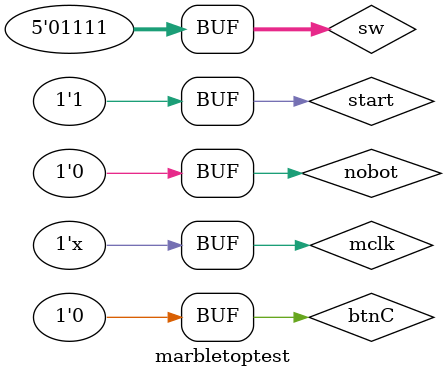
<source format=v>
`timescale 1ns / 1ps

module marbletoptest(   );
    reg [4:0] sw;
    reg start, btnC, mclk, nobot;
    wire [15:0] led;
    
    controltop DUT(.sw(sw), .start(start), .btnC(btnC), .mclk(mclk), .nobot(nobot), .led(led));
        
    initial begin
        {sw, start, btnC, mclk, nobot} = 0;
        #100;
    end
    
    always #10 mclk = ~mclk;
    initial begin
        sw = 4'b1100;
        #50;
        start = 1;
        #50;
        sw = 3'b010;
        btnC = 1;
        #50;
        btnC = 0;
        #50;
        sw = 3'b001;
        btnC = 1;
        #50;
        btnC = 0;
        #50;
        sw = 3'b100;
        btnC = 1;
        #50;
        btnC = 0;
        #50;
        start = 0;
        sw = 4'b1111;
        #50;
        start = 1;
    end
endmodule

</source>
